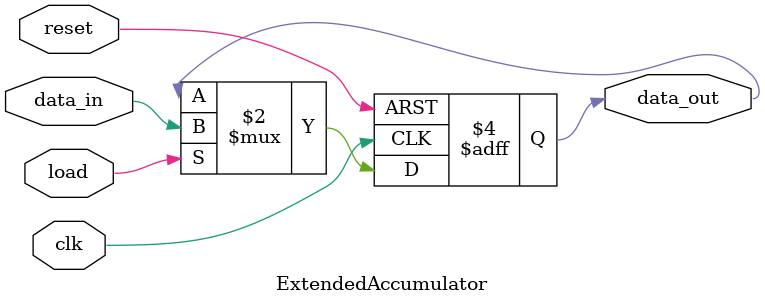
<source format=v>
module ExtendedAccumulator(
    input clk,
    input reset,
    input load,
    input data_in,
    output reg data_out
);
    always @(posedge clk or posedge reset) begin
        if (reset)
            data_out <= 1'b0;
        else if (load)
            data_out <= data_in;
    end
endmodule
</source>
